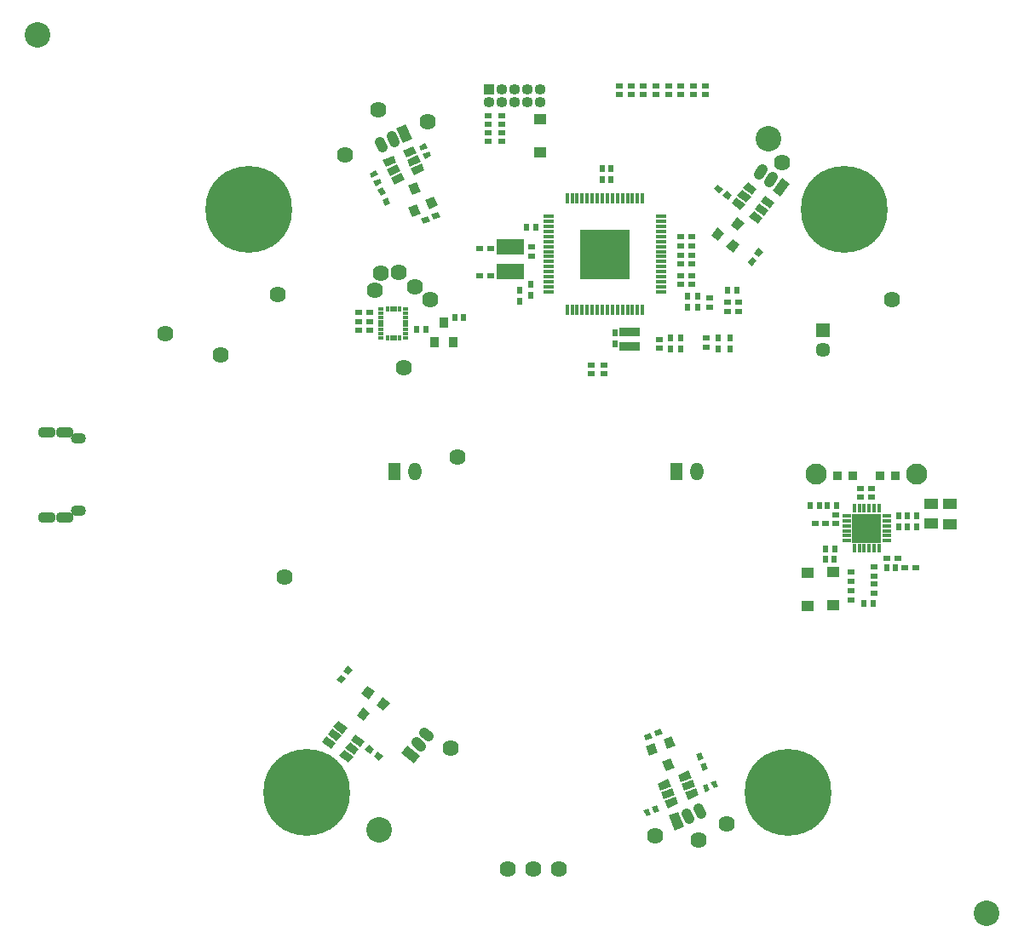
<source format=gbr>
G04 #@! TF.FileFunction,Soldermask,Bot*
%FSLAX46Y46*%
G04 Gerber Fmt 4.6, Leading zero omitted, Abs format (unit mm)*
G04 Created by KiCad (PCBNEW 4.0.5) date 10/25/17 11:24:36*
%MOMM*%
%LPD*%
G01*
G04 APERTURE LIST*
%ADD10C,0.100000*%
%ADD11C,2.540000*%
%ADD12R,0.700000X0.500000*%
%ADD13R,0.600000X0.700000*%
%ADD14C,2.100000*%
%ADD15R,1.100000X1.100000*%
%ADD16O,1.100000X1.100000*%
%ADD17R,1.350000X1.100000*%
%ADD18R,0.700000X0.600000*%
%ADD19R,0.900000X1.000000*%
%ADD20R,0.500000X0.700000*%
%ADD21R,2.700000X1.600000*%
%ADD22C,1.624000*%
%ADD23R,1.300000X1.000000*%
%ADD24R,0.900000X0.850000*%
%ADD25R,2.000000X0.950000*%
%ADD26R,0.500000X0.340000*%
%ADD27R,0.340000X0.500000*%
%ADD28R,1.450000X1.450000*%
%ADD29C,1.450000*%
%ADD30C,8.609000*%
%ADD31R,1.300000X1.800000*%
%ADD32O,1.300000X1.800000*%
%ADD33O,1.800000X1.100000*%
%ADD34O,1.500000X1.100000*%
%ADD35R,1.100000X0.350000*%
%ADD36R,0.350000X1.100000*%
%ADD37R,5.000000X5.000000*%
%ADD38C,1.000000*%
%ADD39R,2.900000X2.900000*%
%ADD40R,0.900000X0.400000*%
%ADD41R,0.400000X0.900000*%
G04 APERTURE END LIST*
D10*
D11*
X170688000Y-170688000D03*
X149018088Y-93597284D03*
D12*
X135368088Y-88322284D03*
X135368088Y-89222284D03*
D13*
X124293088Y-108672284D03*
X124293088Y-109772284D03*
D14*
X153750000Y-127000000D03*
X163750000Y-127000000D03*
D15*
X121198088Y-88652284D03*
D16*
X121198088Y-89922284D03*
X122468088Y-88652284D03*
X122468088Y-89922284D03*
X123738088Y-88652284D03*
X123738088Y-89922284D03*
X125008088Y-88652284D03*
X125008088Y-89922284D03*
X126278088Y-88652284D03*
X126278088Y-89922284D03*
D12*
X159513168Y-137129844D03*
X159513168Y-136229844D03*
D17*
X165192608Y-131914044D03*
X165192608Y-129914044D03*
D12*
X159218528Y-129276164D03*
X159218528Y-128376164D03*
D13*
X140239894Y-114475654D03*
X140239894Y-113375654D03*
D18*
X140279857Y-104308885D03*
X141379857Y-104308885D03*
X140284937Y-105182645D03*
X141384937Y-105182645D03*
X140310337Y-107275605D03*
X141410337Y-107275605D03*
X140300177Y-108047765D03*
X141400177Y-108047765D03*
X140305257Y-103369085D03*
X141405257Y-103369085D03*
D13*
X132478337Y-97665605D03*
X132478337Y-96565605D03*
D18*
X121409448Y-107195524D03*
X120309448Y-107195524D03*
X121389128Y-104492964D03*
X120289128Y-104492964D03*
D13*
X133768088Y-112897284D03*
X133768088Y-113997284D03*
D10*
G36*
X114712241Y-102091943D02*
X114482631Y-101537615D01*
X115129347Y-101269737D01*
X115358957Y-101824065D01*
X114712241Y-102091943D01*
X114712241Y-102091943D01*
G37*
G36*
X115728509Y-101670991D02*
X115498899Y-101116663D01*
X116145615Y-100848785D01*
X116375225Y-101403113D01*
X115728509Y-101670991D01*
X115728509Y-101670991D01*
G37*
D18*
X108311008Y-111784684D03*
X109411008Y-111784684D03*
X109389328Y-112678764D03*
X108289328Y-112678764D03*
D19*
X117700248Y-113851484D03*
X115800248Y-113851484D03*
X116750248Y-111851484D03*
D12*
X125461928Y-104376124D03*
X125461928Y-105276124D03*
D20*
X124993088Y-102372284D03*
X125893088Y-102372284D03*
D10*
G36*
X109339648Y-97036704D02*
X109974063Y-96740872D01*
X110185372Y-97194026D01*
X109550957Y-97489858D01*
X109339648Y-97036704D01*
X109339648Y-97036704D01*
G37*
G36*
X109720004Y-97852382D02*
X110354419Y-97556550D01*
X110565728Y-98009704D01*
X109931313Y-98305536D01*
X109720004Y-97852382D01*
X109720004Y-97852382D01*
G37*
D12*
X121168088Y-91297284D03*
X121168088Y-92197284D03*
D10*
G36*
X142718991Y-158586761D02*
X142451113Y-157940045D01*
X142913053Y-157748703D01*
X143180931Y-158395419D01*
X142718991Y-158586761D01*
X142718991Y-158586761D01*
G37*
G36*
X143550483Y-158242345D02*
X143282605Y-157595629D01*
X143744545Y-157404287D01*
X144012423Y-158051003D01*
X143550483Y-158242345D01*
X143550483Y-158242345D01*
G37*
G36*
X114272328Y-94344304D02*
X114906743Y-94048472D01*
X115118052Y-94501626D01*
X114483637Y-94797458D01*
X114272328Y-94344304D01*
X114272328Y-94344304D01*
G37*
G36*
X114652684Y-95159982D02*
X115287099Y-94864150D01*
X115498408Y-95317304D01*
X114863993Y-95613136D01*
X114652684Y-95159982D01*
X114652684Y-95159982D01*
G37*
G36*
X137880865Y-159856047D02*
X138148743Y-160502763D01*
X137686803Y-160694105D01*
X137418925Y-160047389D01*
X137880865Y-159856047D01*
X137880865Y-159856047D01*
G37*
G36*
X137049373Y-160200463D02*
X137317251Y-160847179D01*
X136855311Y-161038521D01*
X136587433Y-160391805D01*
X137049373Y-160200463D01*
X137049373Y-160200463D01*
G37*
D20*
X114944728Y-112587324D03*
X114044728Y-112587324D03*
X154653728Y-135455564D03*
X155553728Y-135455564D03*
D10*
G36*
X116145252Y-100226765D02*
X115329575Y-100607121D01*
X114906956Y-99700813D01*
X115722633Y-99320457D01*
X116145252Y-100226765D01*
X116145252Y-100226765D01*
G37*
G36*
X114423267Y-101029740D02*
X113607590Y-101410096D01*
X113184971Y-100503788D01*
X114000648Y-100123432D01*
X114423267Y-101029740D01*
X114423267Y-101029740D01*
G37*
G36*
X114439023Y-98815637D02*
X113623346Y-99195993D01*
X113200727Y-98289685D01*
X114016404Y-97909329D01*
X114439023Y-98815637D01*
X114439023Y-98815637D01*
G37*
D21*
X123374048Y-106769924D03*
X123374048Y-104369924D03*
D22*
X112768088Y-116347284D03*
D18*
X140310337Y-106076725D03*
X141410337Y-106076725D03*
D10*
G36*
X141771989Y-154840437D02*
X142326317Y-154610827D01*
X142594195Y-155257543D01*
X142039867Y-155487153D01*
X141771989Y-154840437D01*
X141771989Y-154840437D01*
G37*
G36*
X142192941Y-155856705D02*
X142747269Y-155627095D01*
X143015147Y-156273811D01*
X142460819Y-156503421D01*
X142192941Y-155856705D01*
X142192941Y-155856705D01*
G37*
G36*
X143571442Y-98612405D02*
X143936699Y-98136392D01*
X144492046Y-98562525D01*
X144126789Y-99038538D01*
X143571442Y-98612405D01*
X143571442Y-98612405D01*
G37*
G36*
X144444130Y-99282043D02*
X144809387Y-98806030D01*
X145364734Y-99232163D01*
X144999477Y-99708176D01*
X144444130Y-99282043D01*
X144444130Y-99282043D01*
G37*
D13*
X125393088Y-108122284D03*
X125393088Y-109222284D03*
D23*
X126268088Y-91697284D03*
X126268088Y-94997284D03*
D12*
X122468088Y-91297284D03*
X122468088Y-92197284D03*
X121168088Y-92997284D03*
X121168088Y-93897284D03*
X122468088Y-92997284D03*
X122468088Y-93897284D03*
D13*
X139249294Y-113395974D03*
X139249294Y-114495974D03*
D12*
X138187574Y-114451854D03*
X138187574Y-113551854D03*
D18*
X109405928Y-110870284D03*
X108305928Y-110870284D03*
D10*
G36*
X138274095Y-152258385D02*
X138503705Y-152812713D01*
X137856989Y-153080591D01*
X137627379Y-152526263D01*
X138274095Y-152258385D01*
X138274095Y-152258385D01*
G37*
G36*
X137257827Y-152679337D02*
X137487437Y-153233665D01*
X136840721Y-153501543D01*
X136611111Y-152947215D01*
X137257827Y-152679337D01*
X137257827Y-152679337D01*
G37*
D13*
X133343088Y-97672284D03*
X133343088Y-96572284D03*
D10*
G36*
X111443137Y-100061215D02*
X110899352Y-100314786D01*
X110603519Y-99680371D01*
X111147304Y-99426800D01*
X111443137Y-100061215D01*
X111443137Y-100061215D01*
G37*
G36*
X110978257Y-99064277D02*
X110434472Y-99317848D01*
X110138639Y-98683433D01*
X110682424Y-98429862D01*
X110978257Y-99064277D01*
X110978257Y-99064277D01*
G37*
G36*
X106554169Y-147822850D02*
X106078156Y-147457593D01*
X106504289Y-146902246D01*
X106980302Y-147267503D01*
X106554169Y-147822850D01*
X106554169Y-147822850D01*
G37*
G36*
X107223807Y-146950162D02*
X106747794Y-146584905D01*
X107173927Y-146029558D01*
X107649940Y-146394815D01*
X107223807Y-146950162D01*
X107223807Y-146950162D01*
G37*
G36*
X148022207Y-104470078D02*
X148498220Y-104835335D01*
X148072087Y-105390682D01*
X147596074Y-105025425D01*
X148022207Y-104470078D01*
X148022207Y-104470078D01*
G37*
G36*
X147352569Y-105342766D02*
X147828582Y-105708023D01*
X147402449Y-106263370D01*
X146926436Y-105898113D01*
X147352569Y-105342766D01*
X147352569Y-105342766D01*
G37*
D24*
X155867568Y-127139604D03*
X157367568Y-127139604D03*
X160083968Y-127147284D03*
X161583968Y-127147284D03*
D18*
X162524248Y-136309004D03*
X163624248Y-136309004D03*
X160746248Y-135328564D03*
X161846248Y-135328564D03*
D13*
X162810088Y-132226044D03*
X162810088Y-131126044D03*
X163770208Y-132215884D03*
X163770208Y-131115884D03*
X161910928Y-131136204D03*
X161910928Y-132236204D03*
D18*
X154713928Y-131884324D03*
X153613928Y-131884324D03*
D23*
X152883768Y-136757044D03*
X152883768Y-140057044D03*
X155398368Y-136706244D03*
X155398368Y-140006244D03*
D17*
X167041728Y-129919124D03*
X167041728Y-131919124D03*
D22*
X110218088Y-90697284D03*
X142068088Y-163397284D03*
X150393088Y-95997284D03*
D20*
X118718088Y-111347284D03*
X117818088Y-111347284D03*
X155589288Y-134398924D03*
X154689288Y-134398924D03*
D12*
X155672688Y-131897444D03*
X155672688Y-130997444D03*
D20*
X155772168Y-130131724D03*
X154872168Y-130131724D03*
X154070368Y-130131724D03*
X153170368Y-130131724D03*
D12*
X158156808Y-129276164D03*
X158156808Y-128376164D03*
X159518248Y-138811324D03*
X159518248Y-137911324D03*
D20*
X161649728Y-136293764D03*
X160749728Y-136293764D03*
D12*
X157222088Y-136722604D03*
X157222088Y-137622604D03*
X157237328Y-138602204D03*
X157237328Y-139502204D03*
D20*
X158478968Y-139829444D03*
X159378968Y-139829444D03*
D10*
G36*
X136795931Y-154091490D02*
X137627423Y-153747075D01*
X138010107Y-154670954D01*
X137178615Y-155015369D01*
X136795931Y-154091490D01*
X136795931Y-154091490D01*
G37*
G36*
X138551302Y-153364391D02*
X139382794Y-153019976D01*
X139765478Y-153943855D01*
X138933986Y-154288270D01*
X138551302Y-153364391D01*
X138551302Y-153364391D01*
G37*
G36*
X138438983Y-155575700D02*
X139270475Y-155231285D01*
X139653159Y-156155164D01*
X138821667Y-156499579D01*
X138438983Y-155575700D01*
X138438983Y-155575700D01*
G37*
G36*
X109155696Y-148023348D02*
X109869714Y-148571233D01*
X109260952Y-149364586D01*
X108546934Y-148816701D01*
X109155696Y-148023348D01*
X109155696Y-148023348D01*
G37*
G36*
X110663067Y-149179995D02*
X111377085Y-149727880D01*
X110768323Y-150521233D01*
X110054305Y-149973348D01*
X110663067Y-149179995D01*
X110663067Y-149179995D01*
G37*
G36*
X108691859Y-150188378D02*
X109405877Y-150736263D01*
X108797115Y-151529616D01*
X108083097Y-150981731D01*
X108691859Y-150188378D01*
X108691859Y-150188378D01*
G37*
G36*
X145520240Y-104930936D02*
X144806222Y-104383051D01*
X145414984Y-103589698D01*
X146129002Y-104137583D01*
X145520240Y-104930936D01*
X145520240Y-104930936D01*
G37*
G36*
X144012869Y-103774289D02*
X143298851Y-103226404D01*
X143907613Y-102433051D01*
X144621631Y-102980936D01*
X144012869Y-103774289D01*
X144012869Y-103774289D01*
G37*
G36*
X145984077Y-102765906D02*
X145270059Y-102218021D01*
X145878821Y-101424668D01*
X146592839Y-101972553D01*
X145984077Y-102765906D01*
X145984077Y-102765906D01*
G37*
D13*
X143998848Y-114496844D03*
X143998848Y-113396844D03*
D10*
G36*
X110691854Y-154998323D02*
X110326597Y-155474336D01*
X109771250Y-155048203D01*
X110136507Y-154572190D01*
X110691854Y-154998323D01*
X110691854Y-154998323D01*
G37*
G36*
X109819166Y-154328685D02*
X109453909Y-154804698D01*
X108898562Y-154378565D01*
X109263819Y-153902552D01*
X109819166Y-154328685D01*
X109819166Y-154328685D01*
G37*
D13*
X140991488Y-110407444D03*
X140991488Y-109307444D03*
D18*
X144910203Y-109831139D03*
X146010203Y-109831139D03*
D12*
X142850768Y-114308364D03*
X142850768Y-113408364D03*
X143165728Y-110353164D03*
X143165728Y-109453164D03*
D20*
X144959403Y-108713539D03*
X145859403Y-108713539D03*
D13*
X145192648Y-113381604D03*
X145192648Y-114481604D03*
X142012568Y-109307444D03*
X142012568Y-110407444D03*
D18*
X146020363Y-110806499D03*
X144920363Y-110806499D03*
D22*
X128166535Y-166266711D03*
X125626535Y-166266711D03*
X123086535Y-166266711D03*
D25*
X135193088Y-114297284D03*
X135193088Y-112847284D03*
D26*
X110511288Y-110577724D03*
D27*
X111136288Y-110502724D03*
X111536288Y-110502724D03*
X111936288Y-110502724D03*
X112336288Y-110502724D03*
D26*
X112961288Y-110577724D03*
X112961288Y-110977724D03*
X112961288Y-111377724D03*
X112961288Y-111777724D03*
X112961288Y-112177724D03*
X112961288Y-112577724D03*
X112961288Y-112977724D03*
X112961288Y-113377724D03*
D27*
X112336288Y-113452724D03*
X111936288Y-113452724D03*
X111536288Y-113452724D03*
X111136288Y-113452724D03*
D26*
X110511288Y-113377724D03*
X110511288Y-112977724D03*
X110511288Y-112577724D03*
X110511288Y-112177724D03*
X110511288Y-111777724D03*
X110511288Y-111377724D03*
X110511288Y-110977724D03*
D28*
X154402688Y-112622484D03*
D29*
X154402688Y-114622484D03*
D30*
X103073200Y-158648400D03*
X150926800Y-158648400D03*
X156531208Y-100634800D03*
X97358200Y-100634800D03*
D31*
X139868088Y-126747284D03*
D32*
X141868088Y-126747284D03*
D33*
X77306248Y-122797764D03*
X77306248Y-131247764D03*
X79056248Y-122797764D03*
X79056248Y-131247764D03*
D34*
X80456248Y-130622764D03*
X80456248Y-123422764D03*
D31*
X111868088Y-126747284D03*
D32*
X113868088Y-126747284D03*
D35*
X138291258Y-101326286D03*
X138291258Y-101826286D03*
X138291258Y-102326286D03*
X138291258Y-102826286D03*
X138291258Y-103326286D03*
X138291258Y-103826286D03*
X138291258Y-104326286D03*
X138291258Y-104826286D03*
X138291258Y-105326286D03*
X138291258Y-105826286D03*
X138291258Y-106326286D03*
X138291258Y-106826286D03*
X138291258Y-107326286D03*
X138291258Y-107826286D03*
X138291258Y-108326286D03*
X138291258Y-108826286D03*
X127191258Y-108826286D03*
X127191258Y-108326286D03*
X127191258Y-107826286D03*
X127191258Y-107326286D03*
X127191258Y-106826286D03*
X127191258Y-106326286D03*
X127191258Y-105826286D03*
X127191258Y-105326286D03*
X127191258Y-104826286D03*
X127191258Y-104326286D03*
X127191258Y-103826286D03*
X127191258Y-103326286D03*
X127191258Y-102826286D03*
X127191258Y-102326286D03*
X127191258Y-101826286D03*
X127191258Y-101326286D03*
D36*
X136491258Y-110626286D03*
X135991258Y-110626286D03*
X135491258Y-110626286D03*
X134991258Y-110626286D03*
X134491258Y-110626286D03*
X133991258Y-110626286D03*
X133491258Y-110626286D03*
X132991258Y-110626286D03*
X132491258Y-110626286D03*
X131991258Y-110626286D03*
X131491258Y-110626286D03*
X130991258Y-110626286D03*
X130491258Y-110626286D03*
X129991258Y-110626286D03*
X129491258Y-110626286D03*
X128991258Y-110626286D03*
X128991258Y-99526286D03*
X129491258Y-99526286D03*
X129991258Y-99526286D03*
X130491258Y-99526286D03*
X130991258Y-99526286D03*
X131491258Y-99526286D03*
X131991258Y-99526286D03*
X132491258Y-99526286D03*
X132991258Y-99526286D03*
X133491258Y-99526286D03*
X133991258Y-99526286D03*
X134491258Y-99526286D03*
X134991258Y-99526286D03*
X135491258Y-99526286D03*
X135991258Y-99526286D03*
X136491258Y-99526286D03*
D37*
X132741258Y-105076286D03*
D10*
G36*
X113714396Y-94332188D02*
X114031359Y-95011919D01*
X112980042Y-95502156D01*
X112663079Y-94822425D01*
X113714396Y-94332188D01*
X113714396Y-94332188D01*
G37*
G36*
X114115884Y-95193180D02*
X114432847Y-95872911D01*
X113381530Y-96363148D01*
X113064567Y-95683417D01*
X114115884Y-95193180D01*
X114115884Y-95193180D01*
G37*
G36*
X114517371Y-96054172D02*
X114834334Y-96733903D01*
X113783017Y-97224140D01*
X113466054Y-96544409D01*
X114517371Y-96054172D01*
X114517371Y-96054172D01*
G37*
G36*
X112523494Y-96983932D02*
X112840457Y-97663663D01*
X111789140Y-98153900D01*
X111472177Y-97474169D01*
X112523494Y-96983932D01*
X112523494Y-96983932D01*
G37*
G36*
X111720519Y-95261948D02*
X112037482Y-95941679D01*
X110986165Y-96431916D01*
X110669202Y-95752185D01*
X111720519Y-95261948D01*
X111720519Y-95261948D01*
G37*
G36*
X112122006Y-96122940D02*
X112438969Y-96802671D01*
X111387652Y-97292908D01*
X111070689Y-96613177D01*
X112122006Y-96122940D01*
X112122006Y-96122940D01*
G37*
G36*
X138976146Y-160197852D02*
X138689134Y-159504943D01*
X139760834Y-159061030D01*
X140047846Y-159753939D01*
X138976146Y-160197852D01*
X138976146Y-160197852D01*
G37*
G36*
X138612597Y-159320167D02*
X138325585Y-158627258D01*
X139397285Y-158183345D01*
X139684297Y-158876254D01*
X138612597Y-159320167D01*
X138612597Y-159320167D01*
G37*
G36*
X138249047Y-158442481D02*
X137962035Y-157749572D01*
X139033735Y-157305659D01*
X139320747Y-157998568D01*
X138249047Y-158442481D01*
X138249047Y-158442481D01*
G37*
G36*
X140281582Y-157600578D02*
X139994570Y-156907669D01*
X141066270Y-156463756D01*
X141353282Y-157156665D01*
X140281582Y-157600578D01*
X140281582Y-157600578D01*
G37*
G36*
X141008681Y-159355949D02*
X140721669Y-158663040D01*
X141793369Y-158219127D01*
X142080381Y-158912036D01*
X141008681Y-159355949D01*
X141008681Y-159355949D01*
G37*
G36*
X140645131Y-158478263D02*
X140358119Y-157785354D01*
X141429819Y-157341441D01*
X141716831Y-158034350D01*
X140645131Y-158478263D01*
X140645131Y-158478263D01*
G37*
G36*
X149597770Y-99973770D02*
X149141199Y-100568785D01*
X148220910Y-99862622D01*
X148677481Y-99267607D01*
X149597770Y-99973770D01*
X149597770Y-99973770D01*
G37*
G36*
X149019447Y-100727456D02*
X148562876Y-101322471D01*
X147642587Y-100616308D01*
X148099158Y-100021293D01*
X149019447Y-100727456D01*
X149019447Y-100727456D01*
G37*
G36*
X148441123Y-101481141D02*
X147984552Y-102076156D01*
X147064263Y-101369993D01*
X147520834Y-100774978D01*
X148441123Y-101481141D01*
X148441123Y-101481141D01*
G37*
G36*
X146695746Y-100141866D02*
X146239175Y-100736881D01*
X145318886Y-100030718D01*
X145775457Y-99435703D01*
X146695746Y-100141866D01*
X146695746Y-100141866D01*
G37*
G36*
X147852393Y-98634495D02*
X147395822Y-99229510D01*
X146475533Y-98523347D01*
X146932104Y-97928332D01*
X147852393Y-98634495D01*
X147852393Y-98634495D01*
G37*
G36*
X147274069Y-99388180D02*
X146817498Y-99983195D01*
X145897209Y-99277032D01*
X146353780Y-98682017D01*
X147274069Y-99388180D01*
X147274069Y-99388180D01*
G37*
G36*
X104612846Y-153629798D02*
X105069417Y-153034783D01*
X105989706Y-153740946D01*
X105533135Y-154335961D01*
X104612846Y-153629798D01*
X104612846Y-153629798D01*
G37*
G36*
X105191169Y-152876112D02*
X105647740Y-152281097D01*
X106568029Y-152987260D01*
X106111458Y-153582275D01*
X105191169Y-152876112D01*
X105191169Y-152876112D01*
G37*
G36*
X105769493Y-152122427D02*
X106226064Y-151527412D01*
X107146353Y-152233575D01*
X106689782Y-152828590D01*
X105769493Y-152122427D01*
X105769493Y-152122427D01*
G37*
G36*
X107514870Y-153461702D02*
X107971441Y-152866687D01*
X108891730Y-153572850D01*
X108435159Y-154167865D01*
X107514870Y-153461702D01*
X107514870Y-153461702D01*
G37*
G36*
X106358223Y-154969073D02*
X106814794Y-154374058D01*
X107735083Y-155080221D01*
X107278512Y-155675236D01*
X106358223Y-154969073D01*
X106358223Y-154969073D01*
G37*
G36*
X106936547Y-154215388D02*
X107393118Y-153620373D01*
X108313407Y-154326536D01*
X107856836Y-154921551D01*
X106936547Y-154215388D01*
X106936547Y-154215388D01*
G37*
D22*
X117445688Y-154221084D03*
D38*
X111541303Y-93375392D02*
X111794873Y-93919176D01*
X110390292Y-93912117D02*
X110643862Y-94455901D01*
D10*
G36*
X112704040Y-94046914D02*
X112027850Y-92596822D01*
X112934158Y-92174204D01*
X113610348Y-93624296D01*
X112704040Y-94046914D01*
X112704040Y-94046914D01*
G37*
D38*
X141131693Y-161259728D02*
X140902083Y-160705400D01*
X142305020Y-160773720D02*
X142075410Y-160219392D01*
D10*
G36*
X139999354Y-160538127D02*
X140611648Y-162016334D01*
X139687768Y-162399017D01*
X139075474Y-160920810D01*
X139999354Y-160538127D01*
X139999354Y-160538127D01*
G37*
D38*
X114483294Y-154037952D02*
X114007282Y-153672696D01*
X115256421Y-153030394D02*
X114780409Y-152665138D01*
D10*
G36*
X113141859Y-153979197D02*
X114411224Y-154953215D01*
X113802463Y-155746569D01*
X112533098Y-154772551D01*
X113141859Y-153979197D01*
X113141859Y-153979197D01*
G37*
D38*
X149443157Y-97436151D02*
X149077901Y-97912163D01*
X148435599Y-96663024D02*
X148070343Y-97139036D01*
D10*
G36*
X149384402Y-98777586D02*
X150358420Y-97508221D01*
X151151774Y-98116982D01*
X150177756Y-99386347D01*
X149384402Y-98777586D01*
X149384402Y-98777586D01*
G37*
D22*
X118068088Y-125247284D03*
X113868088Y-108347284D03*
X112293088Y-106872284D03*
X115368088Y-109647284D03*
X109843088Y-108697284D03*
X110468088Y-107022284D03*
X115168088Y-91947284D03*
X106943088Y-95197284D03*
X94518088Y-115097284D03*
X100268088Y-109097284D03*
X161318088Y-109597284D03*
X89018088Y-112997284D03*
X144868088Y-161772284D03*
X137743088Y-162922284D03*
X100893088Y-137172284D03*
D39*
X158768088Y-132347284D03*
D40*
X160768088Y-131097284D03*
X160768088Y-131597284D03*
X160768088Y-132097284D03*
X160768088Y-132597284D03*
X160768088Y-133097284D03*
X160768088Y-133597284D03*
X156768088Y-133597284D03*
X156768088Y-133097284D03*
X156768088Y-132597284D03*
X156768088Y-132097284D03*
X156768088Y-131597284D03*
X156768088Y-131097284D03*
D41*
X157518088Y-130347284D03*
X158018088Y-130347284D03*
X158518088Y-130347284D03*
X159018088Y-130347284D03*
X159518088Y-130347284D03*
X160018088Y-130347284D03*
X160018088Y-134347284D03*
X159518088Y-134347284D03*
X159018088Y-134347284D03*
X158518088Y-134347284D03*
X158018088Y-134347284D03*
X157518088Y-134347284D03*
D12*
X132643088Y-116997284D03*
X132643088Y-116097284D03*
X131368088Y-116997284D03*
X131368088Y-116097284D03*
X134143088Y-88322284D03*
X134143088Y-89222284D03*
X136593088Y-88322284D03*
X136593088Y-89222284D03*
X137843088Y-88322284D03*
X137843088Y-89222284D03*
X139068088Y-88322284D03*
X139068088Y-89222284D03*
X140293088Y-88322284D03*
X140293088Y-89222284D03*
X141518088Y-88322284D03*
X141518088Y-89222284D03*
X142743088Y-88322284D03*
X142743088Y-89222284D03*
D11*
X76323088Y-83312000D03*
X110268088Y-162347284D03*
M02*

</source>
